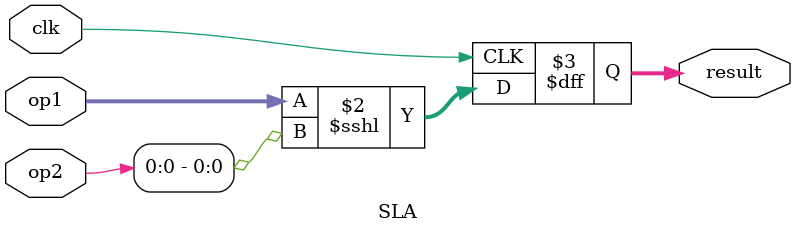
<source format=v>
module SLA(clk,op1,op2,result);
    input clk ;
    input [31:0] op1;
    input [31:0]op2;
    output integer result;

    always @(posedge clk)
    begin
            result = op1 <<< op2[0];
      
        
    end
endmodule
</source>
